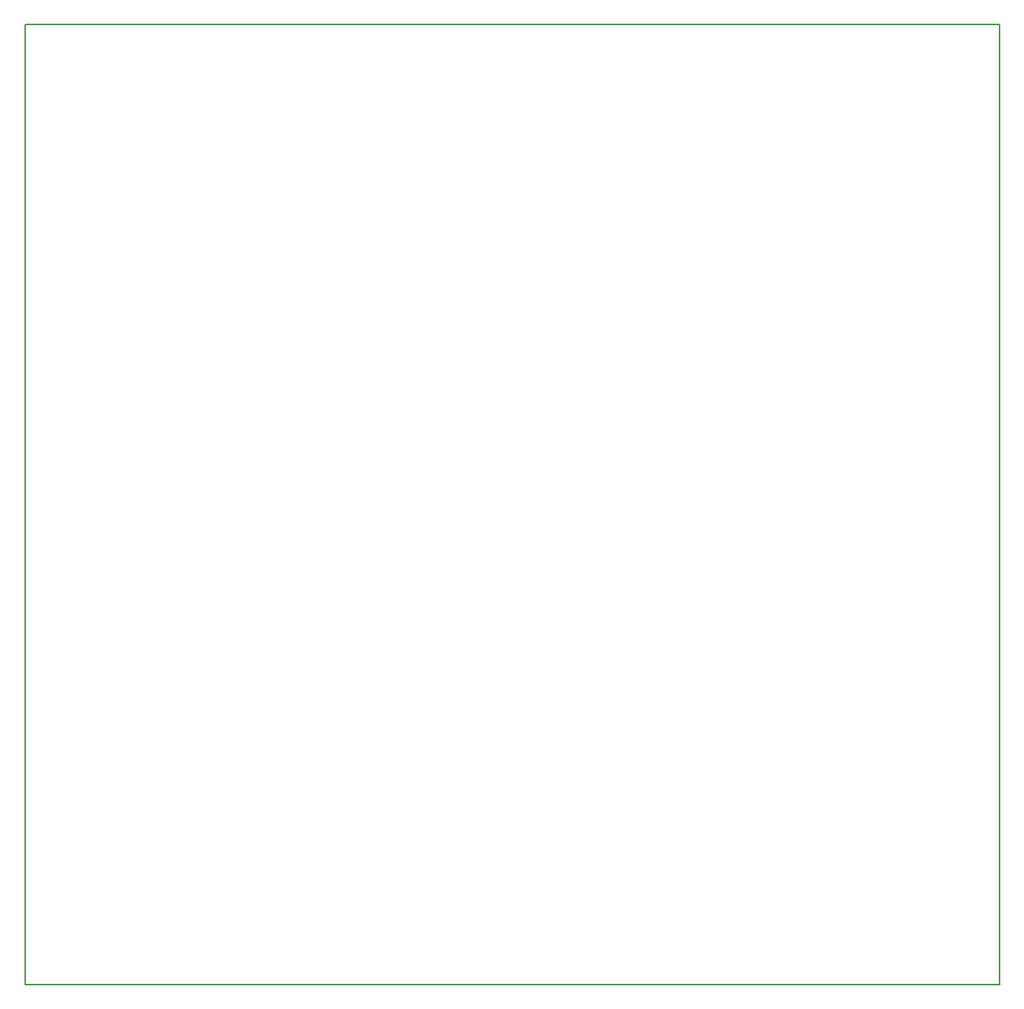
<source format=gbr>
%TF.GenerationSoftware,KiCad,Pcbnew,(5.1.6)-1*%
%TF.CreationDate,2020-10-31T12:28:38-05:00*%
%TF.ProjectId,Old Mr Grassi,4f6c6420-4d72-4204-9772-617373692e6b,rev?*%
%TF.SameCoordinates,Original*%
%TF.FileFunction,Profile,NP*%
%FSLAX46Y46*%
G04 Gerber Fmt 4.6, Leading zero omitted, Abs format (unit mm)*
G04 Created by KiCad (PCBNEW (5.1.6)-1) date 2020-10-31 12:28:38*
%MOMM*%
%LPD*%
G01*
G04 APERTURE LIST*
%TA.AperFunction,Profile*%
%ADD10C,0.150000*%
%TD*%
G04 APERTURE END LIST*
D10*
X155850000Y-162880000D02*
X267250000Y-162880000D01*
X155850000Y-53010000D02*
X155850000Y-162880000D01*
X155850000Y-53010000D02*
X267250000Y-53010000D01*
X267250000Y-53010000D02*
X267250000Y-162880000D01*
M02*

</source>
